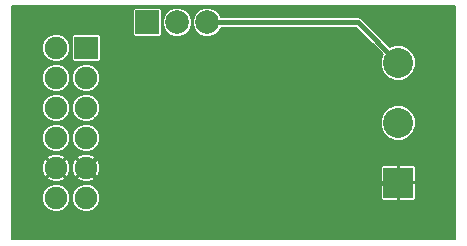
<source format=gbr>
G04 #@! TF.GenerationSoftware,KiCad,Pcbnew,5.0.2*
G04 #@! TF.CreationDate,2020-03-31T15:33:04+02:00*
G04 #@! TF.ProjectId,pmod-dac-ls,706d6f64-2d64-4616-932d-6c732e6b6963,1*
G04 #@! TF.SameCoordinates,Original*
G04 #@! TF.FileFunction,Copper,L2,Bot*
G04 #@! TF.FilePolarity,Positive*
%FSLAX46Y46*%
G04 Gerber Fmt 4.6, Leading zero omitted, Abs format (unit mm)*
G04 Created by KiCad (PCBNEW 5.0.2) date mar. 31 mars 2020 15:33:04 CEST*
%MOMM*%
%LPD*%
G01*
G04 APERTURE LIST*
G04 #@! TA.AperFunction,ComponentPad*
%ADD10C,2.000000*%
G04 #@! TD*
G04 #@! TA.AperFunction,ComponentPad*
%ADD11R,2.000000X2.000000*%
G04 #@! TD*
G04 #@! TA.AperFunction,ComponentPad*
%ADD12R,2.000000X1.900000*%
G04 #@! TD*
G04 #@! TA.AperFunction,ComponentPad*
%ADD13C,1.900000*%
G04 #@! TD*
G04 #@! TA.AperFunction,ComponentPad*
%ADD14R,2.540000X2.540000*%
G04 #@! TD*
G04 #@! TA.AperFunction,ComponentPad*
%ADD15C,2.540000*%
G04 #@! TD*
G04 #@! TA.AperFunction,ViaPad*
%ADD16C,0.711200*%
G04 #@! TD*
G04 #@! TA.AperFunction,Conductor*
%ADD17C,0.406400*%
G04 #@! TD*
G04 #@! TA.AperFunction,Conductor*
%ADD18C,0.152400*%
G04 #@! TD*
G04 APERTURE END LIST*
D10*
G04 #@! TO.P,J1,3*
G04 #@! TO.N,+VExt*
X146290000Y-96500000D03*
G04 #@! TO.P,J1,2*
G04 #@! TO.N,Net-(C5-Pad1)*
X143750000Y-96500000D03*
D11*
G04 #@! TO.P,J1,1*
G04 #@! TO.N,+3.3V*
X141210000Y-96500000D03*
G04 #@! TD*
D12*
G04 #@! TO.P,P1,1*
G04 #@! TO.N,PMOD_CS*
X136040000Y-98650000D03*
D13*
G04 #@! TO.P,P1,2*
G04 #@! TO.N,PMOD_MOSI*
X136040000Y-101190000D03*
G04 #@! TO.P,P1,3*
G04 #@! TO.N,Net-(P1-Pad3)*
X136040000Y-103730000D03*
G04 #@! TO.P,P1,4*
G04 #@! TO.N,PMOD_SCK*
X136040000Y-106270000D03*
G04 #@! TO.P,P1,5*
G04 #@! TO.N,GND*
X136040000Y-108810000D03*
G04 #@! TO.P,P1,6*
G04 #@! TO.N,+3.3V*
X136040000Y-111350000D03*
G04 #@! TO.P,P1,7*
G04 #@! TO.N,Net-(P1-Pad7)*
X133500000Y-98650000D03*
G04 #@! TO.P,P1,8*
G04 #@! TO.N,Net-(P1-Pad8)*
X133500000Y-101190000D03*
G04 #@! TO.P,P1,9*
G04 #@! TO.N,PMOD_GPIO*
X133500000Y-103730000D03*
G04 #@! TO.P,P1,10*
G04 #@! TO.N,Net-(P1-Pad10)*
X133500000Y-106270000D03*
G04 #@! TO.P,P1,11*
G04 #@! TO.N,GND*
X133500000Y-108810000D03*
G04 #@! TO.P,P1,12*
G04 #@! TO.N,+3.3V*
X133500000Y-111350000D03*
G04 #@! TD*
D14*
G04 #@! TO.P,P2,1*
G04 #@! TO.N,GND*
X162470000Y-110080000D03*
D15*
G04 #@! TO.P,P2,3*
G04 #@! TO.N,+VExt*
X162470000Y-99920000D03*
G04 #@! TO.P,P2,2*
G04 #@! TO.N,Net-(C2-Pad1)*
X162470000Y-105000000D03*
G04 #@! TD*
D16*
G04 #@! TO.N,GND*
X156650000Y-106960000D03*
X148000000Y-104250000D03*
X155750000Y-111260000D03*
X151400000Y-110250000D03*
X147000000Y-102250000D03*
X138500000Y-114500000D03*
X142750000Y-106250000D03*
X147500000Y-112760000D03*
X142500000Y-101250000D03*
X137050000Y-102460000D03*
X148500000Y-101750000D03*
G04 #@! TD*
D17*
G04 #@! TO.N,GND*
X162470000Y-110080000D02*
X158240000Y-110080000D01*
X158240000Y-110080000D02*
X158230000Y-110080000D01*
X158230000Y-110080000D02*
X156650000Y-108500000D01*
X156650000Y-108500000D02*
X156650000Y-106960000D01*
X155750000Y-111260000D02*
X157060000Y-111260000D01*
X157060000Y-111260000D02*
X158240000Y-110080000D01*
X151400000Y-110250000D02*
X154740000Y-110250000D01*
X154740000Y-110250000D02*
X155750000Y-111260000D01*
X156650000Y-106960000D02*
X150710000Y-106960000D01*
X150710000Y-106960000D02*
X148000000Y-104250000D01*
X148000000Y-104250000D02*
X148000000Y-103250000D01*
X148000000Y-103250000D02*
X147000000Y-102250000D01*
X142750000Y-106250000D02*
X146000000Y-106250000D01*
X146000000Y-106250000D02*
X148000000Y-104250000D01*
X142750000Y-106250000D02*
X138600000Y-106250000D01*
X138600000Y-106250000D02*
X136040000Y-108810000D01*
X138500000Y-114500000D02*
X138500000Y-111270000D01*
X138500000Y-111270000D02*
X136040000Y-108810000D01*
X151400000Y-110250000D02*
X148870000Y-110250000D01*
X148870000Y-110250000D02*
X147500000Y-111620000D01*
X147500000Y-111620000D02*
X147500000Y-112760000D01*
X147000000Y-102250000D02*
X143500000Y-102250000D01*
X143500000Y-102250000D02*
X142500000Y-101250000D01*
X138600000Y-106250000D02*
X138600000Y-104010000D01*
X138600000Y-104010000D02*
X137050000Y-102460000D01*
X148000000Y-103250000D02*
X148500000Y-102750000D01*
X148500000Y-102750000D02*
X148500000Y-101750000D01*
G04 #@! TO.N,+VExt*
X146290000Y-96500000D02*
X159050000Y-96500000D01*
X159050000Y-96500000D02*
X162470000Y-99920000D01*
G04 #@! TD*
D18*
G04 #@! TO.N,GND*
G36*
X167246401Y-114856400D02*
X129753600Y-114856400D01*
X129753600Y-111115562D01*
X132321400Y-111115562D01*
X132321400Y-111584438D01*
X132500831Y-112017623D01*
X132832377Y-112349169D01*
X133265562Y-112528600D01*
X133734438Y-112528600D01*
X134167623Y-112349169D01*
X134499169Y-112017623D01*
X134678600Y-111584438D01*
X134678600Y-111115562D01*
X134861400Y-111115562D01*
X134861400Y-111584438D01*
X135040831Y-112017623D01*
X135372377Y-112349169D01*
X135805562Y-112528600D01*
X136274438Y-112528600D01*
X136707623Y-112349169D01*
X137039169Y-112017623D01*
X137218600Y-111584438D01*
X137218600Y-111115562D01*
X137039169Y-110682377D01*
X136707623Y-110350831D01*
X136314394Y-110187950D01*
X160971400Y-110187950D01*
X160971400Y-111395471D01*
X161006202Y-111479491D01*
X161070508Y-111543797D01*
X161154528Y-111578600D01*
X162362050Y-111578600D01*
X162419200Y-111521450D01*
X162419200Y-110130800D01*
X162520800Y-110130800D01*
X162520800Y-111521450D01*
X162577950Y-111578600D01*
X163785472Y-111578600D01*
X163869492Y-111543797D01*
X163933798Y-111479491D01*
X163968600Y-111395471D01*
X163968600Y-110187950D01*
X163911450Y-110130800D01*
X162520800Y-110130800D01*
X162419200Y-110130800D01*
X161028550Y-110130800D01*
X160971400Y-110187950D01*
X136314394Y-110187950D01*
X136274438Y-110171400D01*
X135805562Y-110171400D01*
X135372377Y-110350831D01*
X135040831Y-110682377D01*
X134861400Y-111115562D01*
X134678600Y-111115562D01*
X134499169Y-110682377D01*
X134167623Y-110350831D01*
X133734438Y-110171400D01*
X133265562Y-110171400D01*
X132832377Y-110350831D01*
X132500831Y-110682377D01*
X132321400Y-111115562D01*
X129753600Y-111115562D01*
X129753600Y-109654435D01*
X132727407Y-109654435D01*
X132835393Y-109811178D01*
X133269118Y-109989302D01*
X133737992Y-109987888D01*
X134164607Y-109811178D01*
X134272593Y-109654435D01*
X135267407Y-109654435D01*
X135375393Y-109811178D01*
X135809118Y-109989302D01*
X136277992Y-109987888D01*
X136704607Y-109811178D01*
X136812593Y-109654435D01*
X136040000Y-108881842D01*
X135267407Y-109654435D01*
X134272593Y-109654435D01*
X133500000Y-108881842D01*
X132727407Y-109654435D01*
X129753600Y-109654435D01*
X129753600Y-108579118D01*
X132320698Y-108579118D01*
X132322112Y-109047992D01*
X132498822Y-109474607D01*
X132655565Y-109582593D01*
X133428158Y-108810000D01*
X133571842Y-108810000D01*
X134344435Y-109582593D01*
X134501178Y-109474607D01*
X134679302Y-109040882D01*
X134677910Y-108579118D01*
X134860698Y-108579118D01*
X134862112Y-109047992D01*
X135038822Y-109474607D01*
X135195565Y-109582593D01*
X135968158Y-108810000D01*
X136111842Y-108810000D01*
X136884435Y-109582593D01*
X137041178Y-109474607D01*
X137219302Y-109040882D01*
X137218469Y-108764529D01*
X160971400Y-108764529D01*
X160971400Y-109972050D01*
X161028550Y-110029200D01*
X162419200Y-110029200D01*
X162419200Y-108638550D01*
X162520800Y-108638550D01*
X162520800Y-110029200D01*
X163911450Y-110029200D01*
X163968600Y-109972050D01*
X163968600Y-108764529D01*
X163933798Y-108680509D01*
X163869492Y-108616203D01*
X163785472Y-108581400D01*
X162577950Y-108581400D01*
X162520800Y-108638550D01*
X162419200Y-108638550D01*
X162362050Y-108581400D01*
X161154528Y-108581400D01*
X161070508Y-108616203D01*
X161006202Y-108680509D01*
X160971400Y-108764529D01*
X137218469Y-108764529D01*
X137217888Y-108572008D01*
X137041178Y-108145393D01*
X136884435Y-108037407D01*
X136111842Y-108810000D01*
X135968158Y-108810000D01*
X135195565Y-108037407D01*
X135038822Y-108145393D01*
X134860698Y-108579118D01*
X134677910Y-108579118D01*
X134677888Y-108572008D01*
X134501178Y-108145393D01*
X134344435Y-108037407D01*
X133571842Y-108810000D01*
X133428158Y-108810000D01*
X132655565Y-108037407D01*
X132498822Y-108145393D01*
X132320698Y-108579118D01*
X129753600Y-108579118D01*
X129753600Y-107965565D01*
X132727407Y-107965565D01*
X133500000Y-108738158D01*
X134272593Y-107965565D01*
X135267407Y-107965565D01*
X136040000Y-108738158D01*
X136812593Y-107965565D01*
X136704607Y-107808822D01*
X136270882Y-107630698D01*
X135802008Y-107632112D01*
X135375393Y-107808822D01*
X135267407Y-107965565D01*
X134272593Y-107965565D01*
X134164607Y-107808822D01*
X133730882Y-107630698D01*
X133262008Y-107632112D01*
X132835393Y-107808822D01*
X132727407Y-107965565D01*
X129753600Y-107965565D01*
X129753600Y-106035562D01*
X132321400Y-106035562D01*
X132321400Y-106504438D01*
X132500831Y-106937623D01*
X132832377Y-107269169D01*
X133265562Y-107448600D01*
X133734438Y-107448600D01*
X134167623Y-107269169D01*
X134499169Y-106937623D01*
X134678600Y-106504438D01*
X134678600Y-106035562D01*
X134861400Y-106035562D01*
X134861400Y-106504438D01*
X135040831Y-106937623D01*
X135372377Y-107269169D01*
X135805562Y-107448600D01*
X136274438Y-107448600D01*
X136707623Y-107269169D01*
X137039169Y-106937623D01*
X137218600Y-106504438D01*
X137218600Y-106035562D01*
X137039169Y-105602377D01*
X136707623Y-105270831D01*
X136274438Y-105091400D01*
X135805562Y-105091400D01*
X135372377Y-105270831D01*
X135040831Y-105602377D01*
X134861400Y-106035562D01*
X134678600Y-106035562D01*
X134499169Y-105602377D01*
X134167623Y-105270831D01*
X133734438Y-105091400D01*
X133265562Y-105091400D01*
X132832377Y-105270831D01*
X132500831Y-105602377D01*
X132321400Y-106035562D01*
X129753600Y-106035562D01*
X129753600Y-103495562D01*
X132321400Y-103495562D01*
X132321400Y-103964438D01*
X132500831Y-104397623D01*
X132832377Y-104729169D01*
X133265562Y-104908600D01*
X133734438Y-104908600D01*
X134167623Y-104729169D01*
X134499169Y-104397623D01*
X134678600Y-103964438D01*
X134678600Y-103495562D01*
X134861400Y-103495562D01*
X134861400Y-103964438D01*
X135040831Y-104397623D01*
X135372377Y-104729169D01*
X135805562Y-104908600D01*
X136274438Y-104908600D01*
X136707623Y-104729169D01*
X136734882Y-104701910D01*
X160971400Y-104701910D01*
X160971400Y-105298090D01*
X161199549Y-105848889D01*
X161621111Y-106270451D01*
X162171910Y-106498600D01*
X162768090Y-106498600D01*
X163318889Y-106270451D01*
X163740451Y-105848889D01*
X163968600Y-105298090D01*
X163968600Y-104701910D01*
X163740451Y-104151111D01*
X163318889Y-103729549D01*
X162768090Y-103501400D01*
X162171910Y-103501400D01*
X161621111Y-103729549D01*
X161199549Y-104151111D01*
X160971400Y-104701910D01*
X136734882Y-104701910D01*
X137039169Y-104397623D01*
X137218600Y-103964438D01*
X137218600Y-103495562D01*
X137039169Y-103062377D01*
X136707623Y-102730831D01*
X136274438Y-102551400D01*
X135805562Y-102551400D01*
X135372377Y-102730831D01*
X135040831Y-103062377D01*
X134861400Y-103495562D01*
X134678600Y-103495562D01*
X134499169Y-103062377D01*
X134167623Y-102730831D01*
X133734438Y-102551400D01*
X133265562Y-102551400D01*
X132832377Y-102730831D01*
X132500831Y-103062377D01*
X132321400Y-103495562D01*
X129753600Y-103495562D01*
X129753600Y-100955562D01*
X132321400Y-100955562D01*
X132321400Y-101424438D01*
X132500831Y-101857623D01*
X132832377Y-102189169D01*
X133265562Y-102368600D01*
X133734438Y-102368600D01*
X134167623Y-102189169D01*
X134499169Y-101857623D01*
X134678600Y-101424438D01*
X134678600Y-100955562D01*
X134861400Y-100955562D01*
X134861400Y-101424438D01*
X135040831Y-101857623D01*
X135372377Y-102189169D01*
X135805562Y-102368600D01*
X136274438Y-102368600D01*
X136707623Y-102189169D01*
X137039169Y-101857623D01*
X137218600Y-101424438D01*
X137218600Y-100955562D01*
X137039169Y-100522377D01*
X136707623Y-100190831D01*
X136274438Y-100011400D01*
X135805562Y-100011400D01*
X135372377Y-100190831D01*
X135040831Y-100522377D01*
X134861400Y-100955562D01*
X134678600Y-100955562D01*
X134499169Y-100522377D01*
X134167623Y-100190831D01*
X133734438Y-100011400D01*
X133265562Y-100011400D01*
X132832377Y-100190831D01*
X132500831Y-100522377D01*
X132321400Y-100955562D01*
X129753600Y-100955562D01*
X129753600Y-98415562D01*
X132321400Y-98415562D01*
X132321400Y-98884438D01*
X132500831Y-99317623D01*
X132832377Y-99649169D01*
X133265562Y-99828600D01*
X133734438Y-99828600D01*
X134167623Y-99649169D01*
X134499169Y-99317623D01*
X134678600Y-98884438D01*
X134678600Y-98415562D01*
X134499169Y-97982377D01*
X134216792Y-97700000D01*
X134806922Y-97700000D01*
X134806922Y-99600000D01*
X134824664Y-99689195D01*
X134875189Y-99764811D01*
X134950805Y-99815336D01*
X135040000Y-99833078D01*
X137040000Y-99833078D01*
X137129195Y-99815336D01*
X137204811Y-99764811D01*
X137255336Y-99689195D01*
X137273078Y-99600000D01*
X137273078Y-97700000D01*
X137255336Y-97610805D01*
X137204811Y-97535189D01*
X137129195Y-97484664D01*
X137040000Y-97466922D01*
X135040000Y-97466922D01*
X134950805Y-97484664D01*
X134875189Y-97535189D01*
X134824664Y-97610805D01*
X134806922Y-97700000D01*
X134216792Y-97700000D01*
X134167623Y-97650831D01*
X133734438Y-97471400D01*
X133265562Y-97471400D01*
X132832377Y-97650831D01*
X132500831Y-97982377D01*
X132321400Y-98415562D01*
X129753600Y-98415562D01*
X129753600Y-95500000D01*
X139976922Y-95500000D01*
X139976922Y-97500000D01*
X139994664Y-97589195D01*
X140045189Y-97664811D01*
X140120805Y-97715336D01*
X140210000Y-97733078D01*
X142210000Y-97733078D01*
X142299195Y-97715336D01*
X142374811Y-97664811D01*
X142425336Y-97589195D01*
X142443078Y-97500000D01*
X142443078Y-96255616D01*
X142521400Y-96255616D01*
X142521400Y-96744384D01*
X142708443Y-97195946D01*
X143054054Y-97541557D01*
X143505616Y-97728600D01*
X143994384Y-97728600D01*
X144445946Y-97541557D01*
X144791557Y-97195946D01*
X144978600Y-96744384D01*
X144978600Y-96255616D01*
X145061400Y-96255616D01*
X145061400Y-96744384D01*
X145248443Y-97195946D01*
X145594054Y-97541557D01*
X146045616Y-97728600D01*
X146534384Y-97728600D01*
X146985946Y-97541557D01*
X147331557Y-97195946D01*
X147440970Y-96931800D01*
X158871143Y-96931800D01*
X161144164Y-99204821D01*
X160971400Y-99621910D01*
X160971400Y-100218090D01*
X161199549Y-100768889D01*
X161621111Y-101190451D01*
X162171910Y-101418600D01*
X162768090Y-101418600D01*
X163318889Y-101190451D01*
X163740451Y-100768889D01*
X163968600Y-100218090D01*
X163968600Y-99621910D01*
X163740451Y-99071111D01*
X163318889Y-98649549D01*
X162768090Y-98421400D01*
X162171910Y-98421400D01*
X161754821Y-98594164D01*
X159385400Y-96224743D01*
X159361310Y-96188690D01*
X159218480Y-96093254D01*
X159092526Y-96068200D01*
X159092522Y-96068200D01*
X159050000Y-96059742D01*
X159007478Y-96068200D01*
X147440970Y-96068200D01*
X147331557Y-95804054D01*
X146985946Y-95458443D01*
X146534384Y-95271400D01*
X146045616Y-95271400D01*
X145594054Y-95458443D01*
X145248443Y-95804054D01*
X145061400Y-96255616D01*
X144978600Y-96255616D01*
X144791557Y-95804054D01*
X144445946Y-95458443D01*
X143994384Y-95271400D01*
X143505616Y-95271400D01*
X143054054Y-95458443D01*
X142708443Y-95804054D01*
X142521400Y-96255616D01*
X142443078Y-96255616D01*
X142443078Y-95500000D01*
X142425336Y-95410805D01*
X142374811Y-95335189D01*
X142299195Y-95284664D01*
X142210000Y-95266922D01*
X140210000Y-95266922D01*
X140120805Y-95284664D01*
X140045189Y-95335189D01*
X139994664Y-95410805D01*
X139976922Y-95500000D01*
X129753600Y-95500000D01*
X129753600Y-95143600D01*
X167246400Y-95143600D01*
X167246401Y-114856400D01*
X167246401Y-114856400D01*
G37*
X167246401Y-114856400D02*
X129753600Y-114856400D01*
X129753600Y-111115562D01*
X132321400Y-111115562D01*
X132321400Y-111584438D01*
X132500831Y-112017623D01*
X132832377Y-112349169D01*
X133265562Y-112528600D01*
X133734438Y-112528600D01*
X134167623Y-112349169D01*
X134499169Y-112017623D01*
X134678600Y-111584438D01*
X134678600Y-111115562D01*
X134861400Y-111115562D01*
X134861400Y-111584438D01*
X135040831Y-112017623D01*
X135372377Y-112349169D01*
X135805562Y-112528600D01*
X136274438Y-112528600D01*
X136707623Y-112349169D01*
X137039169Y-112017623D01*
X137218600Y-111584438D01*
X137218600Y-111115562D01*
X137039169Y-110682377D01*
X136707623Y-110350831D01*
X136314394Y-110187950D01*
X160971400Y-110187950D01*
X160971400Y-111395471D01*
X161006202Y-111479491D01*
X161070508Y-111543797D01*
X161154528Y-111578600D01*
X162362050Y-111578600D01*
X162419200Y-111521450D01*
X162419200Y-110130800D01*
X162520800Y-110130800D01*
X162520800Y-111521450D01*
X162577950Y-111578600D01*
X163785472Y-111578600D01*
X163869492Y-111543797D01*
X163933798Y-111479491D01*
X163968600Y-111395471D01*
X163968600Y-110187950D01*
X163911450Y-110130800D01*
X162520800Y-110130800D01*
X162419200Y-110130800D01*
X161028550Y-110130800D01*
X160971400Y-110187950D01*
X136314394Y-110187950D01*
X136274438Y-110171400D01*
X135805562Y-110171400D01*
X135372377Y-110350831D01*
X135040831Y-110682377D01*
X134861400Y-111115562D01*
X134678600Y-111115562D01*
X134499169Y-110682377D01*
X134167623Y-110350831D01*
X133734438Y-110171400D01*
X133265562Y-110171400D01*
X132832377Y-110350831D01*
X132500831Y-110682377D01*
X132321400Y-111115562D01*
X129753600Y-111115562D01*
X129753600Y-109654435D01*
X132727407Y-109654435D01*
X132835393Y-109811178D01*
X133269118Y-109989302D01*
X133737992Y-109987888D01*
X134164607Y-109811178D01*
X134272593Y-109654435D01*
X135267407Y-109654435D01*
X135375393Y-109811178D01*
X135809118Y-109989302D01*
X136277992Y-109987888D01*
X136704607Y-109811178D01*
X136812593Y-109654435D01*
X136040000Y-108881842D01*
X135267407Y-109654435D01*
X134272593Y-109654435D01*
X133500000Y-108881842D01*
X132727407Y-109654435D01*
X129753600Y-109654435D01*
X129753600Y-108579118D01*
X132320698Y-108579118D01*
X132322112Y-109047992D01*
X132498822Y-109474607D01*
X132655565Y-109582593D01*
X133428158Y-108810000D01*
X133571842Y-108810000D01*
X134344435Y-109582593D01*
X134501178Y-109474607D01*
X134679302Y-109040882D01*
X134677910Y-108579118D01*
X134860698Y-108579118D01*
X134862112Y-109047992D01*
X135038822Y-109474607D01*
X135195565Y-109582593D01*
X135968158Y-108810000D01*
X136111842Y-108810000D01*
X136884435Y-109582593D01*
X137041178Y-109474607D01*
X137219302Y-109040882D01*
X137218469Y-108764529D01*
X160971400Y-108764529D01*
X160971400Y-109972050D01*
X161028550Y-110029200D01*
X162419200Y-110029200D01*
X162419200Y-108638550D01*
X162520800Y-108638550D01*
X162520800Y-110029200D01*
X163911450Y-110029200D01*
X163968600Y-109972050D01*
X163968600Y-108764529D01*
X163933798Y-108680509D01*
X163869492Y-108616203D01*
X163785472Y-108581400D01*
X162577950Y-108581400D01*
X162520800Y-108638550D01*
X162419200Y-108638550D01*
X162362050Y-108581400D01*
X161154528Y-108581400D01*
X161070508Y-108616203D01*
X161006202Y-108680509D01*
X160971400Y-108764529D01*
X137218469Y-108764529D01*
X137217888Y-108572008D01*
X137041178Y-108145393D01*
X136884435Y-108037407D01*
X136111842Y-108810000D01*
X135968158Y-108810000D01*
X135195565Y-108037407D01*
X135038822Y-108145393D01*
X134860698Y-108579118D01*
X134677910Y-108579118D01*
X134677888Y-108572008D01*
X134501178Y-108145393D01*
X134344435Y-108037407D01*
X133571842Y-108810000D01*
X133428158Y-108810000D01*
X132655565Y-108037407D01*
X132498822Y-108145393D01*
X132320698Y-108579118D01*
X129753600Y-108579118D01*
X129753600Y-107965565D01*
X132727407Y-107965565D01*
X133500000Y-108738158D01*
X134272593Y-107965565D01*
X135267407Y-107965565D01*
X136040000Y-108738158D01*
X136812593Y-107965565D01*
X136704607Y-107808822D01*
X136270882Y-107630698D01*
X135802008Y-107632112D01*
X135375393Y-107808822D01*
X135267407Y-107965565D01*
X134272593Y-107965565D01*
X134164607Y-107808822D01*
X133730882Y-107630698D01*
X133262008Y-107632112D01*
X132835393Y-107808822D01*
X132727407Y-107965565D01*
X129753600Y-107965565D01*
X129753600Y-106035562D01*
X132321400Y-106035562D01*
X132321400Y-106504438D01*
X132500831Y-106937623D01*
X132832377Y-107269169D01*
X133265562Y-107448600D01*
X133734438Y-107448600D01*
X134167623Y-107269169D01*
X134499169Y-106937623D01*
X134678600Y-106504438D01*
X134678600Y-106035562D01*
X134861400Y-106035562D01*
X134861400Y-106504438D01*
X135040831Y-106937623D01*
X135372377Y-107269169D01*
X135805562Y-107448600D01*
X136274438Y-107448600D01*
X136707623Y-107269169D01*
X137039169Y-106937623D01*
X137218600Y-106504438D01*
X137218600Y-106035562D01*
X137039169Y-105602377D01*
X136707623Y-105270831D01*
X136274438Y-105091400D01*
X135805562Y-105091400D01*
X135372377Y-105270831D01*
X135040831Y-105602377D01*
X134861400Y-106035562D01*
X134678600Y-106035562D01*
X134499169Y-105602377D01*
X134167623Y-105270831D01*
X133734438Y-105091400D01*
X133265562Y-105091400D01*
X132832377Y-105270831D01*
X132500831Y-105602377D01*
X132321400Y-106035562D01*
X129753600Y-106035562D01*
X129753600Y-103495562D01*
X132321400Y-103495562D01*
X132321400Y-103964438D01*
X132500831Y-104397623D01*
X132832377Y-104729169D01*
X133265562Y-104908600D01*
X133734438Y-104908600D01*
X134167623Y-104729169D01*
X134499169Y-104397623D01*
X134678600Y-103964438D01*
X134678600Y-103495562D01*
X134861400Y-103495562D01*
X134861400Y-103964438D01*
X135040831Y-104397623D01*
X135372377Y-104729169D01*
X135805562Y-104908600D01*
X136274438Y-104908600D01*
X136707623Y-104729169D01*
X136734882Y-104701910D01*
X160971400Y-104701910D01*
X160971400Y-105298090D01*
X161199549Y-105848889D01*
X161621111Y-106270451D01*
X162171910Y-106498600D01*
X162768090Y-106498600D01*
X163318889Y-106270451D01*
X163740451Y-105848889D01*
X163968600Y-105298090D01*
X163968600Y-104701910D01*
X163740451Y-104151111D01*
X163318889Y-103729549D01*
X162768090Y-103501400D01*
X162171910Y-103501400D01*
X161621111Y-103729549D01*
X161199549Y-104151111D01*
X160971400Y-104701910D01*
X136734882Y-104701910D01*
X137039169Y-104397623D01*
X137218600Y-103964438D01*
X137218600Y-103495562D01*
X137039169Y-103062377D01*
X136707623Y-102730831D01*
X136274438Y-102551400D01*
X135805562Y-102551400D01*
X135372377Y-102730831D01*
X135040831Y-103062377D01*
X134861400Y-103495562D01*
X134678600Y-103495562D01*
X134499169Y-103062377D01*
X134167623Y-102730831D01*
X133734438Y-102551400D01*
X133265562Y-102551400D01*
X132832377Y-102730831D01*
X132500831Y-103062377D01*
X132321400Y-103495562D01*
X129753600Y-103495562D01*
X129753600Y-100955562D01*
X132321400Y-100955562D01*
X132321400Y-101424438D01*
X132500831Y-101857623D01*
X132832377Y-102189169D01*
X133265562Y-102368600D01*
X133734438Y-102368600D01*
X134167623Y-102189169D01*
X134499169Y-101857623D01*
X134678600Y-101424438D01*
X134678600Y-100955562D01*
X134861400Y-100955562D01*
X134861400Y-101424438D01*
X135040831Y-101857623D01*
X135372377Y-102189169D01*
X135805562Y-102368600D01*
X136274438Y-102368600D01*
X136707623Y-102189169D01*
X137039169Y-101857623D01*
X137218600Y-101424438D01*
X137218600Y-100955562D01*
X137039169Y-100522377D01*
X136707623Y-100190831D01*
X136274438Y-100011400D01*
X135805562Y-100011400D01*
X135372377Y-100190831D01*
X135040831Y-100522377D01*
X134861400Y-100955562D01*
X134678600Y-100955562D01*
X134499169Y-100522377D01*
X134167623Y-100190831D01*
X133734438Y-100011400D01*
X133265562Y-100011400D01*
X132832377Y-100190831D01*
X132500831Y-100522377D01*
X132321400Y-100955562D01*
X129753600Y-100955562D01*
X129753600Y-98415562D01*
X132321400Y-98415562D01*
X132321400Y-98884438D01*
X132500831Y-99317623D01*
X132832377Y-99649169D01*
X133265562Y-99828600D01*
X133734438Y-99828600D01*
X134167623Y-99649169D01*
X134499169Y-99317623D01*
X134678600Y-98884438D01*
X134678600Y-98415562D01*
X134499169Y-97982377D01*
X134216792Y-97700000D01*
X134806922Y-97700000D01*
X134806922Y-99600000D01*
X134824664Y-99689195D01*
X134875189Y-99764811D01*
X134950805Y-99815336D01*
X135040000Y-99833078D01*
X137040000Y-99833078D01*
X137129195Y-99815336D01*
X137204811Y-99764811D01*
X137255336Y-99689195D01*
X137273078Y-99600000D01*
X137273078Y-97700000D01*
X137255336Y-97610805D01*
X137204811Y-97535189D01*
X137129195Y-97484664D01*
X137040000Y-97466922D01*
X135040000Y-97466922D01*
X134950805Y-97484664D01*
X134875189Y-97535189D01*
X134824664Y-97610805D01*
X134806922Y-97700000D01*
X134216792Y-97700000D01*
X134167623Y-97650831D01*
X133734438Y-97471400D01*
X133265562Y-97471400D01*
X132832377Y-97650831D01*
X132500831Y-97982377D01*
X132321400Y-98415562D01*
X129753600Y-98415562D01*
X129753600Y-95500000D01*
X139976922Y-95500000D01*
X139976922Y-97500000D01*
X139994664Y-97589195D01*
X140045189Y-97664811D01*
X140120805Y-97715336D01*
X140210000Y-97733078D01*
X142210000Y-97733078D01*
X142299195Y-97715336D01*
X142374811Y-97664811D01*
X142425336Y-97589195D01*
X142443078Y-97500000D01*
X142443078Y-96255616D01*
X142521400Y-96255616D01*
X142521400Y-96744384D01*
X142708443Y-97195946D01*
X143054054Y-97541557D01*
X143505616Y-97728600D01*
X143994384Y-97728600D01*
X144445946Y-97541557D01*
X144791557Y-97195946D01*
X144978600Y-96744384D01*
X144978600Y-96255616D01*
X145061400Y-96255616D01*
X145061400Y-96744384D01*
X145248443Y-97195946D01*
X145594054Y-97541557D01*
X146045616Y-97728600D01*
X146534384Y-97728600D01*
X146985946Y-97541557D01*
X147331557Y-97195946D01*
X147440970Y-96931800D01*
X158871143Y-96931800D01*
X161144164Y-99204821D01*
X160971400Y-99621910D01*
X160971400Y-100218090D01*
X161199549Y-100768889D01*
X161621111Y-101190451D01*
X162171910Y-101418600D01*
X162768090Y-101418600D01*
X163318889Y-101190451D01*
X163740451Y-100768889D01*
X163968600Y-100218090D01*
X163968600Y-99621910D01*
X163740451Y-99071111D01*
X163318889Y-98649549D01*
X162768090Y-98421400D01*
X162171910Y-98421400D01*
X161754821Y-98594164D01*
X159385400Y-96224743D01*
X159361310Y-96188690D01*
X159218480Y-96093254D01*
X159092526Y-96068200D01*
X159092522Y-96068200D01*
X159050000Y-96059742D01*
X159007478Y-96068200D01*
X147440970Y-96068200D01*
X147331557Y-95804054D01*
X146985946Y-95458443D01*
X146534384Y-95271400D01*
X146045616Y-95271400D01*
X145594054Y-95458443D01*
X145248443Y-95804054D01*
X145061400Y-96255616D01*
X144978600Y-96255616D01*
X144791557Y-95804054D01*
X144445946Y-95458443D01*
X143994384Y-95271400D01*
X143505616Y-95271400D01*
X143054054Y-95458443D01*
X142708443Y-95804054D01*
X142521400Y-96255616D01*
X142443078Y-96255616D01*
X142443078Y-95500000D01*
X142425336Y-95410805D01*
X142374811Y-95335189D01*
X142299195Y-95284664D01*
X142210000Y-95266922D01*
X140210000Y-95266922D01*
X140120805Y-95284664D01*
X140045189Y-95335189D01*
X139994664Y-95410805D01*
X139976922Y-95500000D01*
X129753600Y-95500000D01*
X129753600Y-95143600D01*
X167246400Y-95143600D01*
X167246401Y-114856400D01*
G04 #@! TD*
M02*

</source>
